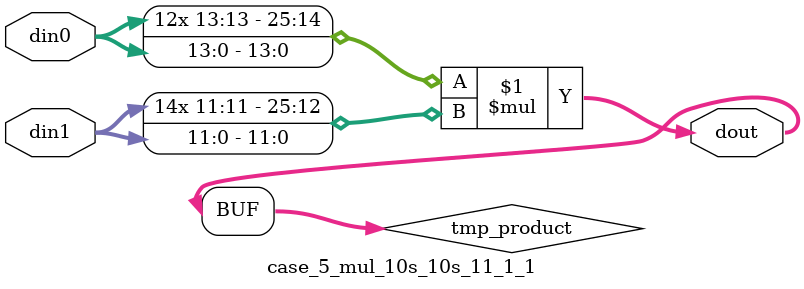
<source format=v>

`timescale 1 ns / 1 ps

 module case_5_mul_10s_10s_11_1_1(din0, din1, dout);
parameter ID = 1;
parameter NUM_STAGE = 0;
parameter din0_WIDTH = 14;
parameter din1_WIDTH = 12;
parameter dout_WIDTH = 26;

input [din0_WIDTH - 1 : 0] din0; 
input [din1_WIDTH - 1 : 0] din1; 
output [dout_WIDTH - 1 : 0] dout;

wire signed [dout_WIDTH - 1 : 0] tmp_product;



























assign tmp_product = $signed(din0) * $signed(din1);








assign dout = tmp_product;





















endmodule

</source>
